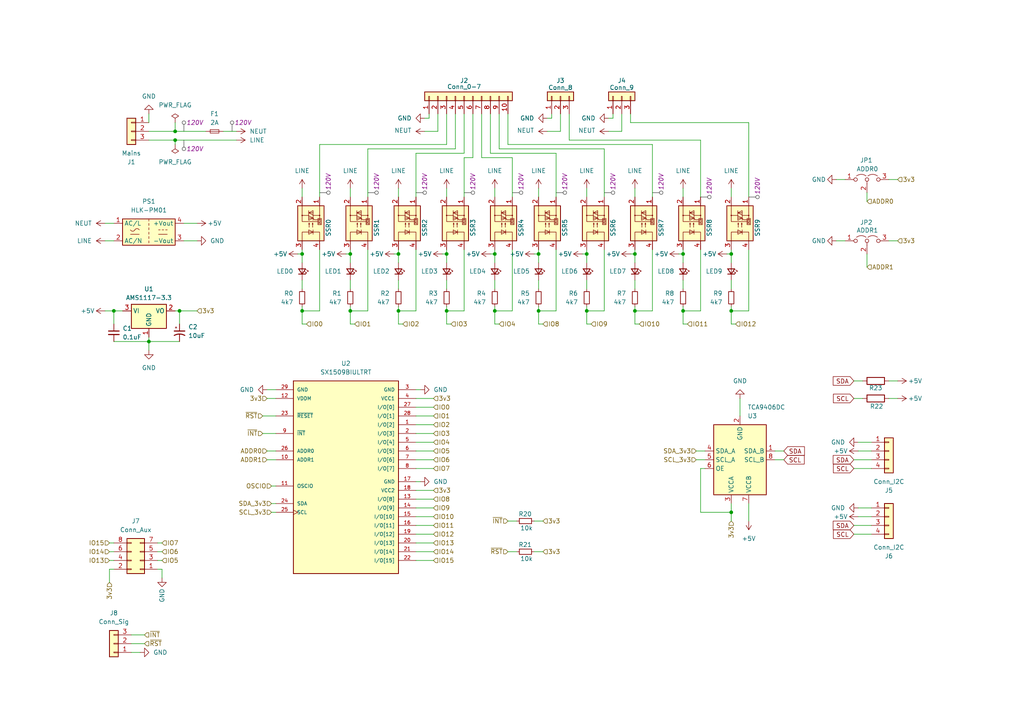
<source format=kicad_sch>
(kicad_sch (version 20231120) (generator "eeschema") (generator_version "8.0")
  (paper "A4")
  (title_block (title "I2C Relay Controler") (date "2024-03-19") (rev "2") (company "Perth Artifactory"))
  (junction (at 184.15 90.17))
  (junction (at 50.8 38.1))
  (junction (at 50.8 40.64))
  (junction (at 87.63 73.66))
  (junction (at 212.09 90.17))
  (junction (at 43.18 99.06))
  (junction (at 170.18 90.17))
  (junction (at 101.6 73.66))
  (junction (at 184.15 73.66))
  (junction (at 115.57 73.66))
  (junction (at 198.12 90.17))
  (junction (at 143.51 90.17))
  (junction (at 212.09 148.59))
  (junction (at 52.07 90.17))
  (junction (at 212.09 73.66))
  (junction (at 198.12 73.66))
  (junction (at 156.21 90.17))
  (junction (at 129.54 73.66))
  (junction (at 143.51 73.66))
  (junction (at 87.63 90.17))
  (junction (at 101.6 90.17))
  (junction (at 156.21 73.66))
  (junction (at 170.18 73.66))
  (junction (at 33.02 90.17))
  (junction (at 115.57 90.17))
  (junction (at 129.54 90.17))
  (wire (pts (xy 184.15 93.98) (xy 185.42 93.98)))
  (wire (pts (xy 50.8 38.1) (xy 59.69 38.1)))
  (wire (pts (xy 189.23 41.91) (xy 189.23 57.15)))
  (wire (pts (xy 184.15 90.17) (xy 184.15 93.98)))
  (wire (pts (xy 120.65 120.65) (xy 125.73 120.65)))
  (wire (pts (xy 120.65 152.4) (xy 125.73 152.4)))
  (wire (pts (xy 87.63 73.66) (xy 87.63 76.2)))
  (wire (pts (xy 147.32 151.13) (xy 149.86 151.13)))
  (wire (pts (xy 134.62 72.39) (xy 134.62 90.17)))
  (wire (pts (xy 134.62 57.15) (xy 134.62 45.72)))
  (wire (pts (xy 184.15 73.66) (xy 184.15 76.2)))
  (wire (pts (xy 203.2 148.59) (xy 212.09 148.59)))
  (wire (pts (xy 120.65 162.56) (xy 125.73 162.56)))
  (wire (pts (xy 170.18 90.17) (xy 175.26 90.17)))
  (wire (pts (xy 212.09 90.17) (xy 217.17 90.17)))
  (wire (pts (xy 176.53 34.29) (xy 177.8 34.29)))
  (wire (pts (xy 31.75 165.1) (xy 31.75 168.91)))
  (wire (pts (xy 120.65 118.11) (xy 125.73 118.11)))
  (wire (pts (xy 87.63 90.17) (xy 92.71 90.17)))
  (wire (pts (xy 143.51 81.28) (xy 143.51 83.82)))
  (wire (pts (xy 120.65 133.35) (xy 125.73 133.35)))
  (wire (pts (xy 156.21 81.28) (xy 156.21 83.82)))
  (wire (pts (xy 160.02 34.29) (xy 160.02 33.02)))
  (wire (pts (xy 87.63 88.9) (xy 87.63 90.17)))
  (wire (pts (xy 184.15 81.28) (xy 184.15 83.82)))
  (wire (pts (xy 87.63 73.66) (xy 87.63 72.39)))
  (wire (pts (xy 31.75 165.1) (xy 33.02 165.1)))
  (wire (pts (xy 203.2 40.64) (xy 203.2 57.15)))
  (wire (pts (xy 162.56 33.02) (xy 162.56 38.1)))
  (wire (pts (xy 115.57 90.17) (xy 115.57 93.98)))
  (wire (pts (xy 252.73 147.32) (xy 248.92 147.32)))
  (wire (pts (xy 212.09 148.59) (xy 212.09 146.05)))
  (wire (pts (xy 38.1 186.69) (xy 41.91 186.69)))
  (wire (pts (xy 134.62 33.02) (xy 134.62 44.45)))
  (wire (pts (xy 143.51 73.66) (xy 143.51 76.2)))
  (wire (pts (xy 156.21 72.39) (xy 156.21 73.66)))
  (wire (pts (xy 101.6 72.39) (xy 101.6 73.66)))
  (wire (pts (xy 251.46 73.66) (xy 251.46 77.47)))
  (wire (pts (xy 53.34 64.77) (xy 57.15 64.77)))
  (wire (pts (xy 115.57 54.61) (xy 115.57 57.15)))
  (wire (pts (xy 168.91 73.66) (xy 170.18 73.66)))
  (wire (pts (xy 120.65 139.7) (xy 121.92 139.7)))
  (wire (pts (xy 120.65 149.86) (xy 125.73 149.86)))
  (wire (pts (xy 252.73 152.4) (xy 247.65 152.4)))
  (wire (pts (xy 92.71 72.39) (xy 92.71 90.17)))
  (wire (pts (xy 156.21 73.66) (xy 156.21 76.2)))
  (wire (pts (xy 170.18 93.98) (xy 171.45 93.98)))
  (wire (pts (xy 143.51 88.9) (xy 143.51 90.17)))
  (wire (pts (xy 142.24 73.66) (xy 143.51 73.66)))
  (wire (pts (xy 212.09 72.39) (xy 212.09 73.66)))
  (wire (pts (xy 101.6 54.61) (xy 101.6 57.15)))
  (wire (pts (xy 156.21 88.9) (xy 156.21 90.17)))
  (wire (pts (xy 170.18 90.17) (xy 170.18 93.98)))
  (wire (pts (xy 38.1 184.15) (xy 41.91 184.15)))
  (wire (pts (xy 212.09 81.28) (xy 212.09 83.82)))
  (wire (pts (xy 45.72 165.1) (xy 46.99 165.1)))
  (wire (pts (xy 144.78 33.02) (xy 144.78 43.18)))
  (wire (pts (xy 128.27 73.66) (xy 129.54 73.66)))
  (wire (pts (xy 142.24 44.45) (xy 161.29 44.45)))
  (wire (pts (xy 196.85 73.66) (xy 198.12 73.66)))
  (wire (pts (xy 120.65 154.94) (xy 125.73 154.94)))
  (wire (pts (xy 50.8 90.17) (xy 52.07 90.17)))
  (wire (pts (xy 120.65 72.39) (xy 120.65 90.17)))
  (wire (pts (xy 87.63 93.98) (xy 88.9 93.98)))
  (wire (pts (xy 77.47 130.81) (xy 80.01 130.81)))
  (wire (pts (xy 101.6 88.9) (xy 101.6 90.17)))
  (wire (pts (xy 165.1 33.02) (xy 165.1 40.64)))
  (wire (pts (xy 33.02 90.17) (xy 33.02 93.98)))
  (wire (pts (xy 45.72 162.56) (xy 46.99 162.56)))
  (wire (pts (xy 120.65 44.45) (xy 134.62 44.45)))
  (wire (pts (xy 165.1 40.64) (xy 203.2 40.64)))
  (wire (pts (xy 224.79 133.35) (xy 227.33 133.35)))
  (wire (pts (xy 115.57 73.66) (xy 115.57 76.2)))
  (wire (pts (xy 114.3 73.66) (xy 115.57 73.66)))
  (wire (pts (xy 161.29 44.45) (xy 161.29 57.15)))
  (wire (pts (xy 260.35 110.49) (xy 257.81 110.49)))
  (wire (pts (xy 252.73 133.35) (xy 247.65 133.35)))
  (wire (pts (xy 52.07 90.17) (xy 52.07 93.98)))
  (wire (pts (xy 120.65 57.15) (xy 120.65 44.45)))
  (wire (pts (xy 180.34 33.02) (xy 180.34 38.1)))
  (wire (pts (xy 139.7 45.72) (xy 148.59 45.72)))
  (wire (pts (xy 120.65 128.27) (xy 125.73 128.27)))
  (wire (pts (xy 170.18 88.9) (xy 170.18 90.17)))
  (wire (pts (xy 184.15 72.39) (xy 184.15 73.66)))
  (wire (pts (xy 43.18 97.79) (xy 43.18 99.06)))
  (wire (pts (xy 184.15 88.9) (xy 184.15 90.17)))
  (wire (pts (xy 210.82 73.66) (xy 212.09 73.66)))
  (wire (pts (xy 53.34 69.85) (xy 57.15 69.85)))
  (wire (pts (xy 198.12 81.28) (xy 198.12 83.82)))
  (wire (pts (xy 87.63 54.61) (xy 87.63 57.15)))
  (wire (pts (xy 106.68 72.39) (xy 106.68 90.17)))
  (wire (pts (xy 87.63 90.17) (xy 87.63 93.98)))
  (wire (pts (xy 115.57 93.98) (xy 116.84 93.98)))
  (wire (pts (xy 127 38.1) (xy 123.19 38.1)))
  (wire (pts (xy 250.19 110.49) (xy 247.65 110.49)))
  (wire (pts (xy 161.29 72.39) (xy 161.29 90.17)))
  (wire (pts (xy 31.75 157.48) (xy 33.02 157.48)))
  (wire (pts (xy 204.47 130.81) (xy 201.93 130.81)))
  (wire (pts (xy 203.2 135.89) (xy 203.2 148.59)))
  (wire (pts (xy 148.59 57.15) (xy 148.59 45.72)))
  (wire (pts (xy 156.21 90.17) (xy 161.29 90.17)))
  (wire (pts (xy 189.23 72.39) (xy 189.23 90.17)))
  (wire (pts (xy 120.65 142.24) (xy 125.73 142.24)))
  (wire (pts (xy 92.71 41.91) (xy 92.71 57.15)))
  (wire (pts (xy 182.88 73.66) (xy 184.15 73.66)))
  (wire (pts (xy 127 33.02) (xy 127 38.1)))
  (wire (pts (xy 46.99 165.1) (xy 46.99 167.64)))
  (wire (pts (xy 50.8 40.64) (xy 50.8 41.91)))
  (wire (pts (xy 203.2 135.89) (xy 204.47 135.89)))
  (wire (pts (xy 120.65 113.03) (xy 121.92 113.03)))
  (wire (pts (xy 132.08 33.02) (xy 132.08 43.18)))
  (wire (pts (xy 43.18 38.1) (xy 50.8 38.1)))
  (wire (pts (xy 86.36 73.66) (xy 87.63 73.66)))
  (wire (pts (xy 180.34 38.1) (xy 176.53 38.1)))
  (wire (pts (xy 120.65 160.02) (xy 125.73 160.02)))
  (wire (pts (xy 245.11 69.85) (xy 242.57 69.85)))
  (wire (pts (xy 101.6 90.17) (xy 101.6 93.98)))
  (wire (pts (xy 217.17 35.56) (xy 217.17 57.15)))
  (wire (pts (xy 101.6 90.17) (xy 106.68 90.17)))
  (wire (pts (xy 129.54 72.39) (xy 129.54 73.66)))
  (wire (pts (xy 120.65 125.73) (xy 125.73 125.73)))
  (wire (pts (xy 143.51 93.98) (xy 144.78 93.98)))
  (wire (pts (xy 120.65 115.57) (xy 125.73 115.57)))
  (wire (pts (xy 182.88 33.02) (xy 182.88 35.56)))
  (wire (pts (xy 129.54 90.17) (xy 134.62 90.17)))
  (wire (pts (xy 198.12 88.9) (xy 198.12 90.17)))
  (wire (pts (xy 139.7 33.02) (xy 139.7 45.72)))
  (wire (pts (xy 120.65 130.81) (xy 125.73 130.81)))
  (wire (pts (xy 147.32 41.91) (xy 189.23 41.91)))
  (wire (pts (xy 156.21 93.98) (xy 157.48 93.98)))
  (wire (pts (xy 106.68 43.18) (xy 132.08 43.18)))
  (wire (pts (xy 212.09 90.17) (xy 212.09 93.98)))
  (wire (pts (xy 143.51 72.39) (xy 143.51 73.66)))
  (wire (pts (xy 45.72 157.48) (xy 46.99 157.48)))
  (wire (pts (xy 252.73 130.81) (xy 248.92 130.81)))
  (wire (pts (xy 198.12 90.17) (xy 198.12 93.98)))
  (wire (pts (xy 134.62 45.72) (xy 137.16 45.72)))
  (wire (pts (xy 38.1 189.23) (xy 40.64 189.23)))
  (wire (pts (xy 148.59 72.39) (xy 148.59 90.17)))
  (wire (pts (xy 115.57 81.28) (xy 115.57 83.82)))
  (wire (pts (xy 252.73 154.94) (xy 247.65 154.94)))
  (wire (pts (xy 204.47 133.35) (xy 201.93 133.35)))
  (wire (pts (xy 175.26 43.18) (xy 175.26 57.15)))
  (wire (pts (xy 101.6 81.28) (xy 101.6 83.82)))
  (wire (pts (xy 156.21 54.61) (xy 156.21 57.15)))
  (wire (pts (xy 64.77 38.1) (xy 68.58 38.1)))
  (wire (pts (xy 31.75 162.56) (xy 33.02 162.56)))
  (wire (pts (xy 143.51 54.61) (xy 143.51 57.15)))
  (wire (pts (xy 129.54 33.02) (xy 129.54 41.91)))
  (wire (pts (xy 77.47 113.03) (xy 80.01 113.03)))
  (wire (pts (xy 30.48 64.77) (xy 33.02 64.77)))
  (wire (pts (xy 115.57 72.39) (xy 115.57 73.66)))
  (wire (pts (xy 30.48 90.17) (xy 33.02 90.17)))
  (wire (pts (xy 251.46 55.88) (xy 251.46 58.42)))
  (wire (pts (xy 147.32 160.02) (xy 149.86 160.02)))
  (wire (pts (xy 77.47 133.35) (xy 80.01 133.35)))
  (wire (pts (xy 101.6 73.66) (xy 101.6 76.2)))
  (wire (pts (xy 170.18 54.61) (xy 170.18 57.15)))
  (wire (pts (xy 100.33 73.66) (xy 101.6 73.66)))
  (wire (pts (xy 50.8 40.64) (xy 68.58 40.64)))
  (wire (pts (xy 217.17 146.05) (xy 217.17 151.13)))
  (wire (pts (xy 257.81 115.57) (xy 260.35 115.57)))
  (wire (pts (xy 43.18 99.06) (xy 52.07 99.06)))
  (wire (pts (xy 143.51 90.17) (xy 148.59 90.17)))
  (wire (pts (xy 129.54 54.61) (xy 129.54 57.15)))
  (wire (pts (xy 30.48 69.85) (xy 33.02 69.85)))
  (wire (pts (xy 198.12 72.39) (xy 198.12 73.66)))
  (wire (pts (xy 182.88 35.56) (xy 217.17 35.56)))
  (wire (pts (xy 45.72 160.02) (xy 46.99 160.02)))
  (wire (pts (xy 252.73 149.86) (xy 248.92 149.86)))
  (wire (pts (xy 212.09 54.61) (xy 212.09 57.15)))
  (wire (pts (xy 214.63 120.65) (xy 214.63 115.57)))
  (wire (pts (xy 147.32 33.02) (xy 147.32 41.91)))
  (wire (pts (xy 129.54 88.9) (xy 129.54 90.17)))
  (wire (pts (xy 224.79 130.81) (xy 227.33 130.81)))
  (wire (pts (xy 212.09 93.98) (xy 213.36 93.98)))
  (wire (pts (xy 144.78 43.18) (xy 175.26 43.18)))
  (wire (pts (xy 184.15 90.17) (xy 189.23 90.17)))
  (wire (pts (xy 177.8 34.29) (xy 177.8 33.02)))
  (wire (pts (xy 120.65 123.19) (xy 125.73 123.19)))
  (wire (pts (xy 31.75 160.02) (xy 33.02 160.02)))
  (wire (pts (xy 101.6 93.98) (xy 102.87 93.98)))
  (wire (pts (xy 198.12 90.17) (xy 203.2 90.17)))
  (wire (pts (xy 115.57 90.17) (xy 120.65 90.17)))
  (wire (pts (xy 33.02 90.17) (xy 35.56 90.17)))
  (wire (pts (xy 129.54 81.28) (xy 129.54 83.82)))
  (wire (pts (xy 175.26 72.39) (xy 175.26 90.17)))
  (wire (pts (xy 198.12 54.61) (xy 198.12 57.15)))
  (wire (pts (xy 43.18 99.06) (xy 43.18 101.6)))
  (wire (pts (xy 120.65 157.48) (xy 125.73 157.48)))
  (wire (pts (xy 154.94 160.02) (xy 157.48 160.02)))
  (wire (pts (xy 76.2 125.73) (xy 80.01 125.73)))
  (wire (pts (xy 252.73 128.27) (xy 248.92 128.27)))
  (wire (pts (xy 154.94 151.13) (xy 157.48 151.13)))
  (wire (pts (xy 106.68 43.18) (xy 106.68 57.15)))
  (wire (pts (xy 115.57 88.9) (xy 115.57 90.17)))
  (wire (pts (xy 78.74 140.97) (xy 80.01 140.97)))
  (wire (pts (xy 212.09 151.13) (xy 212.09 148.59)))
  (wire (pts (xy 217.17 72.39) (xy 217.17 90.17)))
  (wire (pts (xy 212.09 88.9) (xy 212.09 90.17)))
  (wire (pts (xy 33.02 99.06) (xy 43.18 99.06)))
  (wire (pts (xy 43.18 33.02) (xy 43.18 35.56)))
  (wire (pts (xy 50.8 35.56) (xy 50.8 38.1)))
  (wire (pts (xy 120.65 144.78) (xy 125.73 144.78)))
  (wire (pts (xy 43.18 40.64) (xy 50.8 40.64)))
  (wire (pts (xy 252.73 135.89) (xy 247.65 135.89)))
  (wire (pts (xy 198.12 73.66) (xy 198.12 76.2)))
  (wire (pts (xy 129.54 93.98) (xy 130.81 93.98)))
  (wire (pts (xy 245.11 52.07) (xy 242.57 52.07)))
  (wire (pts (xy 142.24 33.02) (xy 142.24 44.45)))
  (wire (pts (xy 170.18 72.39) (xy 170.18 73.66)))
  (wire (pts (xy 184.15 54.61) (xy 184.15 57.15)))
  (wire (pts (xy 80.01 115.57) (xy 77.47 115.57)))
  (wire (pts (xy 158.75 38.1) (xy 162.56 38.1)))
  (wire (pts (xy 260.35 52.07) (xy 257.81 52.07)))
  (wire (pts (xy 154.94 73.66) (xy 156.21 73.66)))
  (wire (pts (xy 158.75 34.29) (xy 160.02 34.29)))
  (wire (pts (xy 198.12 93.98) (xy 199.39 93.98)))
  (wire (pts (xy 260.35 69.85) (xy 257.81 69.85)))
  (wire (pts (xy 156.21 90.17) (xy 156.21 93.98)))
  (wire (pts (xy 120.65 135.89) (xy 125.73 135.89)))
  (wire (pts (xy 143.51 90.17) (xy 143.51 93.98)))
  (wire (pts (xy 87.63 81.28) (xy 87.63 83.82)))
  (wire (pts (xy 76.2 120.65) (xy 80.01 120.65)))
  (wire (pts (xy 78.74 148.59) (xy 80.01 148.59)))
  (wire (pts (xy 120.65 147.32) (xy 125.73 147.32)))
  (wire (pts (xy 129.54 90.17) (xy 129.54 93.98)))
  (wire (pts (xy 52.07 90.17) (xy 57.15 90.17)))
  (wire (pts (xy 124.46 34.29) (xy 124.46 33.02)))
  (wire (pts (xy 78.74 146.05) (xy 80.01 146.05)))
  (wire (pts (xy 170.18 73.66) (xy 170.18 76.2)))
  (wire (pts (xy 92.71 41.91) (xy 129.54 41.91)))
  (wire (pts (xy 129.54 73.66) (xy 129.54 76.2)))
  (wire (pts (xy 170.18 81.28) (xy 170.18 83.82)))
  (wire (pts (xy 250.19 115.57) (xy 247.65 115.57)))
  (wire (pts (xy 212.09 73.66) (xy 212.09 76.2)))
  (wire (pts (xy 137.16 33.02) (xy 137.16 45.72)))
  (wire (pts (xy 123.19 34.29) (xy 124.46 34.29)))
  (wire (pts (xy 203.2 72.39) (xy 203.2 90.17)))
  (global_label "SCL" (shape input) (at 247.65 115.57 180) (property "Intersheetrefs" "${INTERSHEET_REFS}" (effects (hide yes))))
  (global_label "SDA" (shape input) (at 247.65 152.4 180) (property "Intersheetrefs" "${INTERSHEET_REFS}" (effects (hide yes))))
  (global_label "SCL" (shape input) (at 227.33 133.35 0) (property "Intersheetrefs" "${INTERSHEET_REFS}" (effects (hide yes))))
  (global_label "SDA" (shape input) (at 247.65 110.49 180) (property "Intersheetrefs" "${INTERSHEET_REFS}" (effects (hide yes))))
  (global_label "SDA" (shape input) (at 227.33 130.81 0) (property "Intersheetrefs" "${INTERSHEET_REFS}" (effects (hide yes))))
  (global_label "SCL" (shape input) (at 247.65 135.89 180) (property "Intersheetrefs" "${INTERSHEET_REFS}" (effects (hide yes))))
  (global_label "SDA" (shape input) (at 247.65 133.35 180) (property "Intersheetrefs" "${INTERSHEET_REFS}" (effects (hide yes))))
  (global_label "SCL" (shape input) (at 247.65 154.94 180) (property "Intersheetrefs" "${INTERSHEET_REFS}" (effects (hide yes))))
  (hierarchical_label "3v3" (shape input) (at 260.35 69.85 0))
  (hierarchical_label "3v3" (shape input) (at 77.47 115.57 180))
  (hierarchical_label "IO4" (shape input) (at 125.73 128.27 0))
  (hierarchical_label "3v3" (shape input) (at 260.35 52.07 0))
  (hierarchical_label "IO10" (shape input) (at 185.42 93.98 0))
  (hierarchical_label "IO0" (shape input) (at 88.9 93.98 0))
  (hierarchical_label "IO1" (shape input) (at 125.73 120.65 0))
  (hierarchical_label "3v3" (shape input) (at 57.15 90.17 0))
  (hierarchical_label "IO3" (shape input) (at 130.81 93.98 0))
  (hierarchical_label "3v3" (shape input) (at 157.48 160.02 0))
  (hierarchical_label "IO5" (shape input) (at 46.99 162.56 0))
  (hierarchical_label "IO7" (shape input) (at 125.73 135.89 0))
  (hierarchical_label "IO11" (shape input) (at 125.73 152.4 0))
  (hierarchical_label "~{INT}" (shape input) (at 76.2 125.73 180))
  (hierarchical_label "IO4" (shape input) (at 144.78 93.98 0))
  (hierarchical_label "~{RST}" (shape input) (at 41.91 186.69 0))
  (hierarchical_label "IO12" (shape input) (at 125.73 154.94 0))
  (hierarchical_label "ADDR0" (shape input) (at 251.46 58.42 0))
  (hierarchical_label "IO9" (shape input) (at 171.45 93.98 0))
  (hierarchical_label "SDA_3v3" (shape input) (at 201.93 130.81 180))
  (hierarchical_label "ADDR0" (shape input) (at 77.47 130.81 180))
  (hierarchical_label "IO7" (shape input) (at 46.99 157.48 0))
  (hierarchical_label "SDA_3v3" (shape input) (at 78.74 146.05 180))
  (hierarchical_label "IO14" (shape input) (at 31.75 160.02 180))
  (hierarchical_label "SCL_3v3" (shape input) (at 78.74 148.59 180))
  (hierarchical_label "OSCIO" (shape input) (at 78.74 140.97 180))
  (hierarchical_label "3v3" (shape input) (at 157.48 151.13 0))
  (hierarchical_label "~{INT}" (shape input) (at 147.32 151.13 180))
  (hierarchical_label "IO3" (shape input) (at 125.73 125.73 0))
  (hierarchical_label "3v3" (shape input) (at 125.73 142.24 0))
  (hierarchical_label "IO14" (shape input) (at 125.73 160.02 0))
  (hierarchical_label "IO2" (shape input) (at 116.84 93.98 0))
  (hierarchical_label "IO9" (shape input) (at 125.73 147.32 0))
  (hierarchical_label "3v3" (shape input) (at 31.75 168.91 270))
  (hierarchical_label "3v3" (shape input) (at 212.09 151.13 270))
  (hierarchical_label "~{RST}" (shape input) (at 76.2 120.65 180))
  (hierarchical_label "IO13" (shape input) (at 125.73 157.48 0))
  (hierarchical_label "IO6" (shape input) (at 125.73 133.35 0))
  (hierarchical_label "IO12" (shape input) (at 213.36 93.98 0))
  (hierarchical_label "IO8" (shape input) (at 125.73 144.78 0))
  (hierarchical_label "IO10" (shape input) (at 125.73 149.86 0))
  (hierarchical_label "ADDR1" (shape input) (at 77.47 133.35 180))
  (hierarchical_label "IO2" (shape input) (at 125.73 123.19 0))
  (hierarchical_label "IO0" (shape input) (at 125.73 118.11 0))
  (hierarchical_label "ADDR1" (shape input) (at 251.46 77.47 0))
  (hierarchical_label "SCL_3v3" (shape input) (at 201.93 133.35 180))
  (hierarchical_label "IO11" (shape input) (at 199.39 93.98 0))
  (hierarchical_label "3v3" (shape input) (at 125.73 115.57 0))
  (hierarchical_label "~{RST}" (shape input) (at 147.32 160.02 180))
  (hierarchical_label "IO1" (shape input) (at 102.87 93.98 0))
  (hierarchical_label "IO13" (shape input) (at 31.75 162.56 180))
  (hierarchical_label "IO8" (shape input) (at 157.48 93.98 0))
  (hierarchical_label "~{INT}" (shape input) (at 41.91 184.15 0))
  (hierarchical_label "IO5" (shape input) (at 125.73 130.81 0))
  (hierarchical_label "IO6" (shape input) (at 46.99 160.02 0))
  (hierarchical_label "IO15" (shape input) (at 31.75 157.48 180))
  (hierarchical_label "IO15" (shape input) (at 125.73 162.56 0))
  (netclass_flag "" (length 2.54) (shape round) (at 92.71 55.88 270) (property "Netclass" "120V" (at 95.25 55.1815 90) (effects (font (italic yes)) (justify left))))
  (netclass_flag "" (length 2.54) (shape round) (at 120.65 55.88 270) (property "Netclass" "120V" (at 123.19 55.1815 90) (effects (font (italic yes)) (justify left))))
  (netclass_flag "" (length 2.54) (shape round) (at 134.62 55.88 270) (property "Netclass" "120V" (at 137.16 55.1815 90) (effects (font (italic yes)) (justify left))))
  (netclass_flag "" (length 2.54) (shape round) (at 53.34 38.1 0) (property "Netclass" "120V" (at 54.0385 35.56 0) (effects (font (italic yes)) (justify left))))
  (netclass_flag "" (length 2.54) (shape round) (at 161.29 55.88 270) (property "Netclass" "120V" (at 163.83 55.1815 90) (effects (font (italic yes)) (justify left))))
  (netclass_flag "" (length 2.54) (shape round) (at 67.31 38.1 0) (property "Netclass" "120V" (at 68.0085 35.56 0) (effects (font (italic yes)) (justify left))))
  (netclass_flag "" (length 2.54) (shape round) (at 189.23 55.88 270) (property "Netclass" "120V" (at 191.77 55.1815 90) (effects (font (italic yes)) (justify left))))
  (netclass_flag "" (length 2.54) (shape round) (at 148.59 55.88 270) (property "Netclass" "120V" (at 151.13 55.1815 90) (effects (font (italic yes)) (justify left))))
  (netclass_flag "" (length 2.54) (shape round) (at 203.2 57.15 270) (property "Netclass" "120V" (at 205.74 56.4515 90) (effects (font (italic yes)) (justify left))))
  (netclass_flag "" (length 2.54) (shape round) (at 217.17 57.15 270) (property "Netclass" "120V" (at 219.71 56.4515 90) (effects (font (italic yes)) (justify left))))
  (netclass_flag "" (length 2.54) (shape round) (at 53.34 40.64 180) (property "Netclass" "120V" (at 54.0385 43.18 0) (effects (font (italic yes)) (justify left))))
  (netclass_flag "" (length 2.54) (shape round) (at 106.68 55.88 270) (property "Netclass" "120V" (at 109.22 55.1815 90) (effects (font (italic yes)) (justify left))))
  (netclass_flag "" (length 2.54) (shape round) (at 175.26 55.88 270) (property "Netclass" "120V" (at 177.8 55.1815 90) (effects (font (italic yes)) (justify left))))
  (symbol (lib_id "Vending_Machine:G3MB-202P") (at 104.14 64.77 90) (unit 1)
    (property "Reference" "SSR1" (at 109.22 63.5 0) (effects (justify right)))
    (property "Value" "34.81-8240" (effects (hide yes)))
    (property "Footprint" "Footprints:RELAY_G3MB202PDC12" (effects (hide yes)))
    (property "Datasheet" "https://gfinder.findernet.com/public/attachments/34/EN/S34USAEN.pdf" (effects (hide yes)))
    (property "Sim.Device" "SW" (effects (hide yes)))
    (property "Sim.Type" "V" (effects (hide yes)))
    (property "Sim.Pins" "11=no+ 14=no- A1=ctrl+ A2=ctrl-" (effects (hide yes)))
    (property "Sim.Params" "thr=4 ic=off" (effects (hide yes)))
  )
  (symbol (lib_id "power:+5V") (at 182.88 73.66 90) (unit 1)
    (property "Reference" "#PWR044" (effects (hide yes)))
    (property "Value" "+5V" (at 177.8 73.66 90))
  )
  (symbol (lib_id "power:GND") (at 123.19 34.29 270) (unit 1)
    (property "Reference" "#PWR030" (effects (hide yes)))
    (property "Value" "GND" (at 119.38 34.2899 90) (effects (justify right)))
  )
  (symbol (lib_id "power:LINE") (at 143.51 54.61 0) (unit 1)
    (property "Reference" "#PWR035" (effects (hide yes)))
    (property "Value" "LINE" (at 143.51 49.53 0))
  )
  (symbol (lib_id "power:+5V") (at 100.33 73.66 90) (unit 1)
    (property "Reference" "#PWR013" (effects (hide yes)))
    (property "Value" "+5V" (at 95.25 73.66 90))
  )
  (symbol (lib_id "Device:R_Small") (at 198.12 86.36 0) (mirror y) (unit 1)
    (property "Reference" "R8" (at 195.58 85.09 0) (effects (justify left)))
    (property "Value" "4k7" (at 195.58 87.63 0) (effects (justify left)))
    (property "Footprint" "Resistor_SMD:R_0805_2012Metric_Pad1.20x1.40mm_HandSolder" (effects (hide yes)))
  )
  (symbol (lib_id "Device:R_Small") (at 143.51 86.36 0) (mirror y) (unit 1)
    (property "Reference" "R4" (at 140.97 85.09 0) (effects (justify left)))
    (property "Value" "4k7" (at 140.97 87.63 0) (effects (justify left)))
    (property "Footprint" "Resistor_SMD:R_0805_2012Metric_Pad1.20x1.40mm_HandSolder" (effects (hide yes)))
  )
  (symbol (lib_id "power:GND") (at 121.92 113.03 90) (unit 1)
    (property "Reference" "#PWR019" (effects (hide yes)))
    (property "Value" "GND" (at 125.73 113.03 90) (effects (justify right)))
  )
  (symbol (lib_id "power:+5V") (at 128.27 73.66 90) (unit 1)
    (property "Reference" "#PWR032" (effects (hide yes)))
    (property "Value" "+5V" (at 123.19 73.66 90))
  )
  (symbol (lib_id "Device:LED_Small") (at 129.54 78.74 270) (mirror x) (unit 1)
    (property "Reference" "LED3" (at 127 78.6765 90) (effects (justify right)))
    (property "Value" "LED_Small" (effects (hide yes)))
    (property "Footprint" "LED_SMD:LED_0805_2012Metric_Pad1.15x1.40mm_HandSolder" (effects (hide yes)))
  )
  (symbol (lib_id "Device:R_Small") (at 212.09 86.36 0) (mirror y) (unit 1)
    (property "Reference" "R9" (at 209.55 85.09 0) (effects (justify left)))
    (property "Value" "4k7" (at 209.55 87.63 0) (effects (justify left)))
    (property "Footprint" "Resistor_SMD:R_0805_2012Metric_Pad1.20x1.40mm_HandSolder" (effects (hide yes)))
  )
  (symbol (lib_id "Device:LED_Small") (at 156.21 78.74 270) (mirror x) (unit 1)
    (property "Reference" "LED5" (at 153.67 78.6765 90) (effects (justify right)))
    (property "Value" "LED_Small" (effects (hide yes)))
    (property "Footprint" "LED_SMD:LED_0805_2012Metric_Pad1.15x1.40mm_HandSolder" (effects (hide yes)))
  )
  (symbol (lib_id "power:GND") (at 214.63 115.57 180) (unit 1)
    (property "Reference" "#PWR020" (effects (hide yes)))
    (property "Value" "GND" (at 214.63 110.49 0))
  )
  (symbol (lib_id "Device:R_Small") (at 115.57 86.36 0) (mirror y) (unit 1)
    (property "Reference" "R2" (at 113.03 85.09 0) (effects (justify left)))
    (property "Value" "4k7" (at 113.03 87.63 0) (effects (justify left)))
    (property "Footprint" "Resistor_SMD:R_0805_2012Metric_Pad1.20x1.40mm_HandSolder" (effects (hide yes)))
  )
  (symbol (lib_id "Device:R") (at 254 110.49 270) (unit 1)
    (property "Reference" "R23" (at 254 112.522 90))
    (property "Value" "R" (effects (hide yes)))
    (property "Footprint" "Resistor_SMD:R_0805_2012Metric_Pad1.20x1.40mm_HandSolder" (effects (hide yes)))
    (property "Description" "Resistor" (effects (hide yes)))
  )
  (symbol (lib_id "power:GND") (at 43.18 33.02 180) (unit 1)
    (property "Reference" "#PWR09" (effects (hide yes)))
    (property "Value" "GND" (at 43.18 27.94 0))
  )
  (symbol (lib_id "Vending_Machine:G3MB-202P") (at 118.11 64.77 90) (unit 1)
    (property "Reference" "SSR2" (at 123.19 63.5 0) (effects (justify right)))
    (property "Value" "34.81-8240" (effects (hide yes)))
    (property "Footprint" "Footprints:RELAY_G3MB202PDC12" (effects (hide yes)))
    (property "Datasheet" "https://gfinder.findernet.com/public/attachments/34/EN/S34USAEN.pdf" (effects (hide yes)))
    (property "Sim.Device" "SW" (effects (hide yes)))
    (property "Sim.Type" "V" (effects (hide yes)))
    (property "Sim.Pins" "11=no+ 14=no- A1=ctrl+ A2=ctrl-" (effects (hide yes)))
    (property "Sim.Params" "thr=4 ic=off" (effects (hide yes)))
  )
  (symbol (lib_id "Connector_Generic:Conn_01x03") (at 33.02 186.69 180) (unit 1)
    (property "Reference" "J8" (at 33.02 177.8 0))
    (property "Value" "Conn_Sig" (at 33.02 180.34 0))
    (property "Footprint" "Connector_JST:JST_XH_B3B-XH-A_1x03_P2.50mm_Vertical" (effects (hide yes)))
    (property "Description" "Generic connector, single row, 01x03, script generated (kicad-library-utils/schlib/autogen/connector/)" (effects (hide yes)))
  )
  (symbol (lib_id "power:LINE") (at 170.18 54.61 0) (unit 1)
    (property "Reference" "#PWR041" (effects (hide yes)))
    (property "Value" "LINE" (at 170.18 49.53 0))
  )
  (symbol (lib_id "power:GND") (at 248.92 147.32 270) (unit 1)
    (property "Reference" "#PWR011" (effects (hide yes)))
    (property "Value" "GND" (at 245.11 147.32 90) (effects (justify right)))
  )
  (symbol (lib_id "Device:R_Small") (at 156.21 86.36 0) (mirror y) (unit 1)
    (property "Reference" "R5" (at 153.67 85.09 0) (effects (justify left)))
    (property "Value" "4k7" (at 153.67 87.63 0) (effects (justify left)))
    (property "Footprint" "Resistor_SMD:R_0805_2012Metric_Pad1.20x1.40mm_HandSolder" (effects (hide yes)))
  )
  (symbol (lib_id "power:+5V") (at 260.35 115.57 270) (unit 1)
    (property "Reference" "#PWR018" (effects (hide yes)))
    (property "Value" "+5V" (at 265.43 115.57 90))
  )
  (symbol (lib_id "Vending_Machine:G3MB-202P") (at 214.63 64.77 90) (unit 1)
    (property "Reference" "SSR9" (at 219.71 63.5 0) (effects (justify right)))
    (property "Value" "34.81-8240" (effects (hide yes)))
    (property "Footprint" "Footprints:RELAY_G3MB202PDC12" (effects (hide yes)))
    (property "Datasheet" "https://gfinder.findernet.com/public/attachments/34/EN/S34USAEN.pdf" (effects (hide yes)))
    (property "Sim.Device" "SW" (effects (hide yes)))
    (property "Sim.Type" "V" (effects (hide yes)))
    (property "Sim.Pins" "11=no+ 14=no- A1=ctrl+ A2=ctrl-" (effects (hide yes)))
    (property "Sim.Params" "thr=4 ic=off" (effects (hide yes)))
  )
  (symbol (lib_id "power:+5V") (at 217.17 151.13 180) (unit 1)
    (property "Reference" "#PWR017" (effects (hide yes)))
    (property "Value" "+5V" (at 217.17 156.21 0))
  )
  (symbol (lib_id "power:+5V") (at 154.94 73.66 90) (unit 1)
    (property "Reference" "#PWR036" (effects (hide yes)))
    (property "Value" "+5V" (at 149.86 73.66 90))
  )
  (symbol (lib_id "Connector_Generic:Conn_01x10") (at 134.62 27.94 90) (unit 1)
    (property "Reference" "J2" (at 134.62 23.368 90))
    (property "Value" "Conn_0-7" (at 134.62 25.146 90))
    (property "Footprint" "Connector_Phoenix_MC:PhoenixContact_MC_1,5_10-G-3.81_1x10_P3.81mm_Horizontal" (effects (hide yes)))
    (property "Description" "Generic connector, single row, 01x10, script generated (kicad-library-utils/schlib/autogen/connector/)" (effects (hide yes)))
  )
  (symbol (lib_id "power:GND") (at 248.92 128.27 270) (unit 1)
    (property "Reference" "#PWR015" (effects (hide yes)))
    (property "Value" "GND" (at 245.11 128.27 90) (effects (justify right)))
  )
  (symbol (lib_id "Device:R_Small") (at 152.4 151.13 270) (unit 1)
    (property "Reference" "R20" (at 150.368 149.098 90) (effects (justify left)))
    (property "Value" "10k" (at 150.876 153.162 90) (effects (justify left)))
    (property "Footprint" "Resistor_SMD:R_0805_2012Metric_Pad1.20x1.40mm_HandSolder" (effects (hide yes)))
  )
  (symbol (lib_id "Connector_Generic:Conn_01x03") (at 180.34 27.94 90) (unit 1)
    (property "Reference" "J4" (at 180.34 23.368 90))
    (property "Value" "Conn_9" (at 180.34 25.4 90))
    (property "Footprint" "Connector_Phoenix_MC:PhoenixContact_MC_1,5_3-G-3.81_1x03_P3.81mm_Horizontal" (effects (hide yes)))
    (property "Description" "Generic connector, single row, 01x03, script generated (kicad-library-utils/schlib/autogen/connector/)" (effects (hide yes)))
  )
  (symbol (lib_id "power:+5V") (at 248.92 130.81 90) (unit 1)
    (property "Reference" "#PWR014" (effects (hide yes)))
    (property "Value" "+5V" (at 243.84 130.81 90))
  )
  (symbol (lib_id "Device:LED_Small") (at 170.18 78.74 270) (mirror x) (unit 1)
    (property "Reference" "LED6" (at 167.64 78.6765 90) (effects (justify right)))
    (property "Value" "LED_Small" (effects (hide yes)))
    (property "Footprint" "LED_SMD:LED_0805_2012Metric_Pad1.15x1.40mm_HandSolder" (effects (hide yes)))
  )
  (symbol (lib_id "Converter_ACDC:HLK-PM01") (at 43.18 67.31 0) (unit 1)
    (property "Reference" "PS1" (at 43.18 58.42 0))
    (property "Value" "HLK-PM01" (at 43.18 60.96 0))
    (property "Footprint" "Converter_ACDC:Converter_ACDC_Hi-Link_HLK-PMxx" (effects (hide yes)))
    (property "Datasheet" "http://www.hlktech.net/product_detail.php?ProId=54" (effects (hide yes)))
  )
  (symbol (lib_id "Device:Fuse_Small") (at 62.23 38.1 0) (unit 1)
    (property "Reference" "F1" (at 62.23 33.02 0))
    (property "Value" "2A" (at 62.23 35.56 0))
    (property "Footprint" "Footprints:Fuseholder_5x20mm_15mm_Pins" (effects (hide yes)))
  )
  (symbol (lib_id "power:LINE") (at 129.54 54.61 0) (unit 1)
    (property "Reference" "#PWR033" (effects (hide yes)))
    (property "Value" "LINE" (at 129.54 49.53 0))
  )
  (symbol (lib_id "Interface:TCA9406DC") (at 214.63 133.35 0) (mirror x) (unit 1)
    (property "Reference" "U3" (at 216.8241 120.65 0) (effects (justify left)))
    (property "Value" "TCA9406DC" (at 216.8241 118.11 0) (effects (justify left)))
    (property "Footprint" "Package_SO:VSSOP-8_2.3x2mm_P0.5mm" (effects (hide yes)))
    (property "Datasheet" "www.ti.com/lit/ds/symlink/tca9406.pdf" (effects (hide yes)))
  )
  (symbol (lib_id "Vending_Machine:G3MB-202P") (at 158.75 64.77 90) (unit 1)
    (property "Reference" "SSR5" (at 163.83 63.5 0) (effects (justify right)))
    (property "Value" "34.81-8240" (effects (hide yes)))
    (property "Footprint" "Footprints:RELAY_G3MB202PDC12" (effects (hide yes)))
    (property "Datasheet" "https://gfinder.findernet.com/public/attachments/34/EN/S34USAEN.pdf" (effects (hide yes)))
    (property "Sim.Device" "SW" (effects (hide yes)))
    (property "Sim.Type" "V" (effects (hide yes)))
    (property "Sim.Pins" "11=no+ 14=no- A1=ctrl+ A2=ctrl-" (effects (hide yes)))
    (property "Sim.Params" "thr=4 ic=off" (effects (hide yes)))
  )
  (symbol (lib_id "power:NEUT") (at 176.53 38.1 90) (unit 1)
    (property "Reference" "#PWR043" (effects (hide yes)))
    (property "Value" "NEUT" (at 172.72 37.846 90) (effects (justify left)))
  )
  (symbol (lib_id "Device:R_Small") (at 184.15 86.36 0) (mirror y) (unit 1)
    (property "Reference" "R7" (at 181.61 85.09 0) (effects (justify left)))
    (property "Value" "4k7" (at 181.61 87.63 0) (effects (justify left)))
    (property "Footprint" "Resistor_SMD:R_0805_2012Metric_Pad1.20x1.40mm_HandSolder" (effects (hide yes)))
  )
  (symbol (lib_id "Device:R_Small") (at 129.54 86.36 0) (mirror y) (unit 1)
    (property "Reference" "R3" (at 127 85.09 0) (effects (justify left)))
    (property "Value" "4k7" (at 127 87.63 0) (effects (justify left)))
    (property "Footprint" "Resistor_SMD:R_0805_2012Metric_Pad1.20x1.40mm_HandSolder" (effects (hide yes)))
  )
  (symbol (lib_id "Vending_Machine:G3MB-202P") (at 172.72 64.77 90) (unit 1)
    (property "Reference" "SSR6" (at 177.8 63.5 0) (effects (justify right)))
    (property "Value" "34.81-8240" (effects (hide yes)))
    (property "Footprint" "Footprints:RELAY_G3MB202PDC12" (effects (hide yes)))
    (property "Datasheet" "https://gfinder.findernet.com/public/attachments/34/EN/S34USAEN.pdf" (effects (hide yes)))
    (property "Sim.Device" "SW" (effects (hide yes)))
    (property "Sim.Type" "V" (effects (hide yes)))
    (property "Sim.Pins" "11=no+ 14=no- A1=ctrl+ A2=ctrl-" (effects (hide yes)))
    (property "Sim.Params" "thr=4 ic=off" (effects (hide yes)))
  )
  (symbol (lib_id "power:+5V") (at 196.85 73.66 90) (unit 1)
    (property "Reference" "#PWR049" (effects (hide yes)))
    (property "Value" "+5V" (at 191.77 73.66 90))
  )
  (symbol (lib_id "Jumper:Jumper_3_Open") (at 251.46 52.07 0) (unit 1)
    (property "Reference" "JP1" (at 249.428 46.482 0) (effects (justify left)))
    (property "Value" "ADDR0" (at 248.412 49.022 0) (effects (justify left)))
    (property "Footprint" "Jumper:SolderJumper-3_P1.3mm_Bridged12_RoundedPad1.0x1.5mm_NumberLabels" (effects (hide yes)))
  )
  (symbol (lib_id "power:LINE") (at 101.6 54.61 0) (unit 1)
    (property "Reference" "#PWR027" (effects (hide yes)))
    (property "Value" "LINE" (at 101.6 49.53 0))
  )
  (symbol (lib_id "power:GND") (at 40.64 189.23 90) (unit 1)
    (property "Reference" "#PWR04" (effects (hide yes)))
    (property "Value" "GND" (at 44.45 189.23 90) (effects (justify right)))
  )
  (symbol (lib_id "Device:C_Small") (at 33.02 96.52 0) (unit 1)
    (property "Reference" "C1" (at 35.56 95.2563 0) (effects (justify left)))
    (property "Value" "0.1uF" (at 35.56 97.7963 0) (effects (justify left)))
    (property "Footprint" "Capacitor_SMD:C_0805_2012Metric" (effects (hide yes)))
  )
  (symbol (lib_id "power:NEUT") (at 30.48 64.77 90) (unit 1)
    (property "Reference" "#PWR05" (effects (hide yes)))
    (property "Value" "NEUT" (at 26.67 64.77 90) (effects (justify left)))
  )
  (symbol (lib_id "power:+5V") (at 114.3 73.66 90) (unit 1)
    (property "Reference" "#PWR028" (effects (hide yes)))
    (property "Value" "+5V" (at 109.22 73.66 90))
  )
  (symbol (lib_id "Device:R_Small") (at 87.63 86.36 0) (mirror y) (unit 1)
    (property "Reference" "R0" (at 85.09 85.09 0) (effects (justify left)))
    (property "Value" "4k7" (at 85.09 87.63 0) (effects (justify left)))
    (property "Footprint" "Resistor_SMD:R_0805_2012Metric_Pad1.20x1.40mm_HandSolder" (effects (hide yes)))
  )
  (symbol (lib_id "Vending_Machine:G3MB-202P") (at 132.08 64.77 90) (unit 1)
    (property "Reference" "SSR3" (at 137.16 63.5 0) (effects (justify right)))
    (property "Value" "34.81-8240" (effects (hide yes)))
    (property "Footprint" "Footprints:RELAY_G3MB202PDC12" (effects (hide yes)))
    (property "Datasheet" "https://gfinder.findernet.com/public/attachments/34/EN/S34USAEN.pdf" (effects (hide yes)))
    (property "Sim.Device" "SW" (effects (hide yes)))
    (property "Sim.Type" "V" (effects (hide yes)))
    (property "Sim.Pins" "11=no+ 14=no- A1=ctrl+ A2=ctrl-" (effects (hide yes)))
    (property "Sim.Params" "thr=4 ic=off" (effects (hide yes)))
  )
  (symbol (lib_id "power:+5V") (at 142.24 73.66 90) (unit 1)
    (property "Reference" "#PWR034" (effects (hide yes)))
    (property "Value" "+5V" (at 137.16 73.66 90))
  )
  (symbol (lib_id "power:LINE") (at 87.63 54.61 0) (unit 1)
    (property "Reference" "#PWR012" (effects (hide yes)))
    (property "Value" "LINE" (at 87.63 49.53 0))
  )
  (symbol (lib_id "i2c:SX1509BIULTRT") (at 100.33 138.43 0) (unit 1)
    (property "Reference" "U2" (at 100.33 105.41 0))
    (property "Value" "SX1509BIULTRT" (at 100.33 107.95 0))
    (property "Footprint" "Package_DFN_QFN:QFN-28-1EP_4x4mm_P0.4mm_EP2.6x2.6mm_ThermalVias" (effects (hide yes)))
    (property "Description" "\nI/O Expander 16 I²C 400 kHz 28-QFN-UT (4x4)\n" (effects (hide yes)))
    (property "SNAPEDA_PACKAGE_ID" "56799" (effects (hide yes)))
    (property "B_NOM" "0.2" (effects (hide yes)))
    (property "PIN_COUNT_D" "7.0" (effects (hide yes)))
    (property "B_MIN" "0.15" (effects (hide yes)))
    (property "Check_prices" "https://www.snapeda.com/parts/SX1509BIULTRT/Semtech+Corporation/view-part/?ref=eda" (effects (hide yes)))
    (property "B_MAX" "0.25" (effects (hide yes)))
    (property "Price" "None" (effects (hide yes)))
    (property "ENOM" "0.4" (effects (hide yes)))
    (property "D_NOM" "4.0" (effects (hide yes)))
    (property "D_MAX" "4.1" (effects (hide yes)))
    (property "L_MAX" "0.5" (effects (hide yes)))
    (property "A_MAX" "0.6" (effects (hide yes)))
    (property "Package" "UFQFN-28 Semtech" (effects (hide yes)))
    (property "E2_NOM" "2.65" (effects (hide yes)))
    (property "D2_NOM" "2.65" (effects (hide yes)))
    (property "PARTREV" "Rev 4 – 26th April 2011" (effects (hide yes)))
    (property "SnapEDA_Link" "https://www.snapeda.com/parts/SX1509BIULTRT/Semtech+Corporation/view-part/?ref=snap" (effects (hide yes)))
    (property "E_NOM" "4.0" (effects (hide yes)))
    (property "STANDARD" "IPC 7351B" (effects (hide yes)))
    (property "L_NOM" "0.4" (effects (hide yes)))
    (property "MANUFACTURER" "Semtech" (effects (hide yes)))
    (property "MF" "Semtech" (effects (hide yes)))
    (property "Purchase-URL" "https://www.snapeda.com/api/url_track_click_mouser/?unipart_id=48722&manufacturer=Semtech&part_name=SX1509BIULTRT&search_term=sx1509" (effects (hide yes)))
    (property "PIN_COUNT_E" "7.0" (effects (hide yes)))
    (property "E_MIN" "3.9" (effects (hide yes)))
    (property "D_MIN" "3.9" (effects (hide yes)))
    (property "MP" "SX1509BIULTRT" (effects (hide yes)))
    (property "L_MIN" "0.3" (effects (hide yes)))
    (property "Availability" "In Stock" (effects (hide yes)))
    (property "E_MAX" "4.1" (effects (hide yes)))
  )
  (symbol (lib_id "power:NEUT") (at 158.75 38.1 90) (unit 1)
    (property "Reference" "#PWR039" (effects (hide yes)))
    (property "Value" "NEUT" (at 154.94 37.846 90) (effects (justify left)))
  )
  (symbol (lib_id "power:+5V") (at 210.82 73.66 90) (unit 1)
    (property "Reference" "#PWR051" (effects (hide yes)))
    (property "Value" "+5V" (at 205.74 73.66 90))
  )
  (symbol (lib_id "Device:C_Polarized_Small_US") (at 52.07 96.52 0) (unit 1)
    (property "Reference" "C2" (at 54.61 94.8182 0) (effects (justify left)))
    (property "Value" "10uF" (at 54.61 97.3582 0) (effects (justify left)))
    (property "Footprint" "Capacitor_SMD:C_0805_2012Metric" (effects (hide yes)))
  )
  (symbol (lib_id "Connector_Generic:Conn_01x03") (at 162.56 27.94 90) (unit 1)
    (property "Reference" "J3" (at 162.56 23.368 90))
    (property "Value" "Conn_8" (at 162.56 25.4 90))
    (property "Footprint" "Connector_Phoenix_MC:PhoenixContact_MC_1,5_3-G-3.81_1x03_P3.81mm_Horizontal" (effects (hide yes)))
    (property "Description" "Generic connector, single row, 01x03, script generated (kicad-library-utils/schlib/autogen/connector/)" (effects (hide yes)))
  )
  (symbol (lib_id "power:PWR_FLAG") (at 50.8 35.56 0) (unit 1)
    (property "Reference" "#FLG01" (effects (hide yes)))
    (property "Value" "PWR_FLAG" (at 50.8 30.48 0))
  )
  (symbol (lib_id "Vending_Machine:G3MB-202P") (at 186.69 64.77 90) (unit 1)
    (property "Reference" "SSR7" (at 191.77 63.5 0) (effects (justify right)))
    (property "Value" "34.81-8240" (effects (hide yes)))
    (property "Footprint" "Footprints:RELAY_G3MB202PDC12" (effects (hide yes)))
    (property "Datasheet" "https://gfinder.findernet.com/public/attachments/34/EN/S34USAEN.pdf" (effects (hide yes)))
    (property "Sim.Device" "SW" (effects (hide yes)))
    (property "Sim.Type" "V" (effects (hide yes)))
    (property "Sim.Pins" "11=no+ 14=no- A1=ctrl+ A2=ctrl-" (effects (hide yes)))
    (property "Sim.Params" "thr=4 ic=off" (effects (hide yes)))
  )
  (symbol (lib_id "power:PWR_FLAG") (at 50.8 41.91 180) (unit 1)
    (property "Reference" "#FLG02" (effects (hide yes)))
    (property "Value" "PWR_FLAG" (at 50.8 46.99 0))
  )
  (symbol (lib_id "Vending_Machine:G3MB-202P") (at 90.17 64.77 90) (unit 1)
    (property "Reference" "SSR0" (at 95.25 63.5 0) (effects (justify right)))
    (property "Value" "34.81-8240" (effects (hide yes)))
    (property "Footprint" "Footprints:RELAY_G3MB202PDC12" (effects (hide yes)))
    (property "Datasheet" "https://gfinder.findernet.com/public/attachments/34/EN/S34USAEN.pdf" (effects (hide yes)))
    (property "Sim.Device" "SW" (effects (hide yes)))
    (property "Sim.Type" "V" (effects (hide yes)))
    (property "Sim.Pins" "11=no+ 14=no- A1=ctrl+ A2=ctrl-" (effects (hide yes)))
    (property "Sim.Params" "thr=4 ic=off" (effects (hide yes)))
  )
  (symbol (lib_id "Device:LED_Small") (at 184.15 78.74 270) (mirror x) (unit 1)
    (property "Reference" "LED7" (at 181.61 78.6765 90) (effects (justify right)))
    (property "Value" "LED_Small" (effects (hide yes)))
    (property "Footprint" "LED_SMD:LED_0805_2012Metric_Pad1.15x1.40mm_HandSolder" (effects (hide yes)))
  )
  (symbol (lib_id "Connector_Generic:Conn_02x04_Odd_Even") (at 40.64 162.56 180) (unit 1)
    (property "Reference" "J7" (at 39.37 151.13 0))
    (property "Value" "Conn_Aux" (at 39.37 153.67 0))
    (property "Footprint" "Connector_IDC:IDC-Header_2x04_P2.54mm_Vertical" (effects (hide yes)))
    (property "Description" "Generic connector, double row, 02x04, odd/even pin numbering scheme (row 1 odd numbers, row 2 even numbers), script generated (kicad-library-utils/schlib/autogen/connector/)" (effects (hide yes)))
  )
  (symbol (lib_id "power:+5V") (at 57.15 64.77 270) (unit 1)
    (property "Reference" "#PWR048" (effects (hide yes)))
    (property "Value" "+5V" (at 62.23 64.77 90))
  )
  (symbol (lib_id "power:LINE") (at 115.57 54.61 0) (unit 1)
    (property "Reference" "#PWR029" (effects (hide yes)))
    (property "Value" "LINE" (at 115.57 49.53 0))
  )
  (symbol (lib_id "power:LINE") (at 184.15 54.61 0) (unit 1)
    (property "Reference" "#PWR045" (effects (hide yes)))
    (property "Value" "LINE" (at 184.15 49.53 0))
  )
  (symbol (lib_id "power:GND") (at 57.15 69.85 90) (unit 1)
    (property "Reference" "#PWR058" (effects (hide yes)))
    (property "Value" "GND" (at 60.96 69.85 90) (effects (justify right)))
  )
  (symbol (lib_id "power:LINE") (at 68.58 40.64 270) (unit 1)
    (property "Reference" "#PWR060" (effects (hide yes)))
    (property "Value" "LINE" (at 72.39 40.64 90) (effects (justify left)))
  )
  (symbol (lib_id "Connector_Generic:Conn_01x04") (at 257.81 130.81 0) (unit 1)
    (property "Reference" "J5" (at 257.81 142.24 0))
    (property "Value" "Conn_I2C" (at 257.81 139.7 0))
    (property "Footprint" "Connector_JST:JST_XH_B4B-XH-A_1x04_P2.50mm_Vertical" (effects (hide yes)))
    (property "Description" "Generic connector, single row, 01x04, script generated (kicad-library-utils/schlib/autogen/connector/)" (effects (hide yes)))
  )
  (symbol (lib_id "Connector_Generic:Conn_01x03") (at 38.1 38.1 0) (mirror y) (unit 1)
    (property "Reference" "J1" (at 38.1 46.99 0))
    (property "Value" "Mains" (at 38.1 44.45 0))
    (property "Footprint" "Connector_Phoenix_MC:PhoenixContact_MC_1,5_3-G-3.81_1x03_P3.81mm_Horizontal" (effects (hide yes)))
    (property "Description" "Generic connector, single row, 01x03, script generated (kicad-library-utils/schlib/autogen/connector/)" (effects (hide yes)))
  )
  (symbol (lib_id "Regulator_Linear:AMS1117-3.3") (at 43.18 90.17 0) (unit 1)
    (property "Reference" "U1" (at 43.18 83.82 0))
    (property "Value" "AMS1117-3.3" (at 43.18 86.36 0))
    (property "Footprint" "Package_TO_SOT_SMD:SOT-223-3_TabPin2" (effects (hide yes)))
    (property "Datasheet" "http://www.advanced-monolithic.com/pdf/ds1117.pdf" (effects (hide yes)))
  )
  (symbol (lib_id "power:NEUT") (at 68.58 38.1 270) (unit 1)
    (property "Reference" "#PWR059" (effects (hide yes)))
    (property "Value" "NEUT" (at 72.39 38.1 90) (effects (justify left)))
  )
  (symbol (lib_id "power:GND") (at 158.75 34.29 270) (unit 1)
    (property "Reference" "#PWR038" (effects (hide yes)))
    (property "Value" "GND" (at 154.94 34.2899 90) (effects (justify right)))
  )
  (symbol (lib_id "Device:LED_Small") (at 115.57 78.74 270) (mirror x) (unit 1)
    (property "Reference" "LED2" (at 113.03 78.6765 90) (effects (justify right)))
    (property "Value" "LED_Small" (effects (hide yes)))
    (property "Footprint" "LED_SMD:LED_0805_2012Metric_Pad1.15x1.40mm_HandSolder" (effects (hide yes)))
  )
  (symbol (lib_id "power:GND") (at 242.57 52.07 270) (unit 1)
    (property "Reference" "#PWR02" (effects (hide yes)))
    (property "Value" "GND" (at 237.49 52.07 90))
  )
  (symbol (lib_id "power:GND") (at 43.18 101.6 0) (unit 1)
    (property "Reference" "#PWR016" (effects (hide yes)))
    (property "Value" "GND" (at 43.18 106.68 0))
  )
  (symbol (lib_id "power:+5V") (at 86.36 73.66 90) (unit 1)
    (property "Reference" "#PWR07" (effects (hide yes)))
    (property "Value" "+5V" (at 81.28 73.66 90))
  )
  (symbol (lib_id "power:+5V") (at 30.48 90.17 90) (unit 1)
    (property "Reference" "#PWR03" (effects (hide yes)))
    (property "Value" "+5V" (at 25.4 90.17 90))
  )
  (symbol (lib_id "power:NEUT") (at 123.19 38.1 90) (unit 1)
    (property "Reference" "#PWR031" (effects (hide yes)))
    (property "Value" "NEUT" (at 119.38 37.846 90) (effects (justify left)))
  )
  (symbol (lib_id "Connector_Generic:Conn_01x04") (at 257.81 149.86 0) (unit 1)
    (property "Reference" "J6" (at 257.81 161.29 0))
    (property "Value" "Conn_I2C" (at 257.81 158.75 0))
    (property "Footprint" "Connector_JST:JST_XH_B4B-XH-A_1x04_P2.50mm_Vertical" (effects (hide yes)))
    (property "Description" "Generic connector, single row, 01x04, script generated (kicad-library-utils/schlib/autogen/connector/)" (effects (hide yes)))
  )
  (symbol (lib_id "power:LINE") (at 212.09 54.61 0) (unit 1)
    (property "Reference" "#PWR052" (effects (hide yes)))
    (property "Value" "LINE" (at 212.09 49.53 0))
  )
  (symbol (lib_id "Vending_Machine:G3MB-202P") (at 200.66 64.77 90) (unit 1)
    (property "Reference" "SSR8" (at 205.74 63.5 0) (effects (justify right)))
    (property "Value" "34.81-8240" (effects (hide yes)))
    (property "Footprint" "Footprints:RELAY_G3MB202PDC12" (effects (hide yes)))
    (property "Datasheet" "https://gfinder.findernet.com/public/attachments/34/EN/S34USAEN.pdf" (effects (hide yes)))
    (property "Sim.Device" "SW" (effects (hide yes)))
    (property "Sim.Type" "V" (effects (hide yes)))
    (property "Sim.Pins" "11=no+ 14=no- A1=ctrl+ A2=ctrl-" (effects (hide yes)))
    (property "Sim.Params" "thr=4 ic=off" (effects (hide yes)))
  )
  (symbol (lib_id "power:GND") (at 242.57 69.85 270) (unit 1)
    (property "Reference" "#PWR022" (effects (hide yes)))
    (property "Value" "GND" (at 237.49 69.85 90))
  )
  (symbol (lib_id "Device:R_Small") (at 152.4 160.02 270) (unit 1)
    (property "Reference" "R21" (at 150.368 157.988 90) (effects (justify left)))
    (property "Value" "10k" (at 150.876 162.052 90) (effects (justify left)))
    (property "Footprint" "Resistor_SMD:R_0805_2012Metric_Pad1.20x1.40mm_HandSolder" (effects (hide yes)))
  )
  (symbol (lib_id "power:GND") (at 46.99 167.64 0) (unit 1)
    (property "Reference" "#PWR046" (effects (hide yes)))
    (property "Value" "GND" (at 46.99 170.688 90) (effects (justify right)))
  )
  (symbol (lib_id "power:+5V") (at 168.91 73.66 90) (unit 1)
    (property "Reference" "#PWR040" (effects (hide yes)))
    (property "Value" "+5V" (at 163.83 73.66 90))
  )
  (symbol (lib_id "Device:LED_Small") (at 87.63 78.74 270) (mirror x) (unit 1)
    (property "Reference" "LED0" (at 85.09 78.6765 90) (effects (justify right)))
    (property "Value" "LED_Small" (effects (hide yes)))
    (property "Footprint" "LED_SMD:LED_0805_2012Metric_Pad1.15x1.40mm_HandSolder" (effects (hide yes)))
  )
  (symbol (lib_id "Device:R_Small") (at 101.6 86.36 0) (mirror y) (unit 1)
    (property "Reference" "R1" (at 99.06 85.09 0) (effects (justify left)))
    (property "Value" "4k7" (at 99.06 87.63 0) (effects (justify left)))
    (property "Footprint" "Resistor_SMD:R_0805_2012Metric_Pad1.20x1.40mm_HandSolder" (effects (hide yes)))
  )
  (symbol (lib_id "Device:LED_Small") (at 212.09 78.74 270) (mirror x) (unit 1)
    (property "Reference" "LED9" (at 209.55 78.6765 90) (effects (justify right)))
    (property "Value" "LED_Small" (effects (hide yes)))
    (property "Footprint" "LED_SMD:LED_0805_2012Metric_Pad1.15x1.40mm_HandSolder" (effects (hide yes)))
  )
  (symbol (lib_id "Device:LED_Small") (at 198.12 78.74 270) (mirror x) (unit 1)
    (property "Reference" "LED8" (at 195.58 78.6765 90) (effects (justify right)))
    (property "Value" "LED_Small" (effects (hide yes)))
    (property "Footprint" "LED_SMD:LED_0805_2012Metric_Pad1.15x1.40mm_HandSolder" (effects (hide yes)))
  )
  (symbol (lib_id "power:LINE") (at 30.48 69.85 90) (unit 1)
    (property "Reference" "#PWR06" (effects (hide yes)))
    (property "Value" "LINE" (at 26.67 69.85 90) (effects (justify left)))
  )
  (symbol (lib_id "power:+5V") (at 260.35 110.49 270) (unit 1)
    (property "Reference" "#PWR08" (effects (hide yes)))
    (property "Value" "+5V" (at 265.43 110.49 90))
  )
  (symbol (lib_id "Device:LED_Small") (at 101.6 78.74 270) (mirror x) (unit 1)
    (property "Reference" "LED1" (at 99.06 78.6765 90) (effects (justify right)))
    (property "Value" "LED_Small" (effects (hide yes)))
    (property "Footprint" "LED_SMD:LED_0805_2012Metric_Pad1.15x1.40mm_HandSolder" (effects (hide yes)))
  )
  (symbol (lib_id "power:GND") (at 77.47 113.03 270) (unit 1)
    (property "Reference" "#PWR01" (effects (hide yes)))
    (property "Value" "GND" (at 73.66 113.0299 90) (effects (justify right)))
  )
  (symbol (lib_id "power:LINE") (at 156.21 54.61 0) (unit 1)
    (property "Reference" "#PWR037" (effects (hide yes)))
    (property "Value" "LINE" (at 156.21 49.53 0))
  )
  (symbol (lib_id "Device:R") (at 254 115.57 270) (unit 1)
    (property "Reference" "R22" (at 254.254 117.856 90))
    (property "Value" "R" (effects (hide yes)))
    (property "Footprint" "Resistor_SMD:R_0805_2012Metric_Pad1.20x1.40mm_HandSolder" (effects (hide yes)))
    (property "Description" "Resistor" (effects (hide yes)))
  )
  (symbol (lib_id "Jumper:Jumper_3_Open") (at 251.46 69.85 0) (unit 1)
    (property "Reference" "JP2" (at 249.428 64.516 0) (effects (justify left)))
    (property "Value" "ADDR1" (at 248.412 66.802 0) (effects (justify left)))
    (property "Footprint" "Jumper:SolderJumper-3_P1.3mm_Bridged12_RoundedPad1.0x1.5mm_NumberLabels" (effects (hide yes)))
  )
  (symbol (lib_id "power:+5V") (at 248.92 149.86 90) (unit 1)
    (property "Reference" "#PWR010" (effects (hide yes)))
    (property "Value" "+5V" (at 243.84 149.86 90))
  )
  (symbol (lib_id "power:LINE") (at 198.12 54.61 0) (unit 1)
    (property "Reference" "#PWR050" (effects (hide yes)))
    (property "Value" "LINE" (at 198.12 49.53 0))
  )
  (symbol (lib_id "Vending_Machine:G3MB-202P") (at 146.05 64.77 90) (unit 1)
    (property "Reference" "SSR4" (at 151.13 63.5 0) (effects (justify right)))
    (property "Value" "34.81-8240" (effects (hide yes)))
    (property "Footprint" "Footprints:RELAY_G3MB202PDC12" (effects (hide yes)))
    (property "Datasheet" "https://gfinder.findernet.com/public/attachments/34/EN/S34USAEN.pdf" (effects (hide yes)))
    (property "Sim.Device" "SW" (effects (hide yes)))
    (property "Sim.Type" "V" (effects (hide yes)))
    (property "Sim.Pins" "11=no+ 14=no- A1=ctrl+ A2=ctrl-" (effects (hide yes)))
    (property "Sim.Params" "thr=4 ic=off" (effects (hide yes)))
  )
  (symbol (lib_id "Device:LED_Small") (at 143.51 78.74 270) (mirror x) (unit 1)
    (property "Reference" "LED4" (at 140.97 78.6765 90) (effects (justify right)))
    (property "Value" "LED_Small" (effects (hide yes)))
    (property "Footprint" "LED_SMD:LED_0805_2012Metric_Pad1.15x1.40mm_HandSolder" (effects (hide yes)))
  )
  (symbol (lib_id "power:GND") (at 176.53 34.29 270) (unit 1)
    (property "Reference" "#PWR042" (effects (hide yes)))
    (property "Value" "GND" (at 172.72 34.2899 90) (effects (justify right)))
  )
  (symbol (lib_id "Device:R_Small") (at 170.18 86.36 0) (mirror y) (unit 1)
    (property "Reference" "R6" (at 167.64 85.09 0) (effects (justify left)))
    (property "Value" "4k7" (at 167.64 87.63 0) (effects (justify left)))
    (property "Footprint" "Resistor_SMD:R_0805_2012Metric_Pad1.20x1.40mm_HandSolder" (effects (hide yes)))
  )
  (symbol (lib_id "power:GND") (at 121.92 139.7 90) (unit 1)
    (property "Reference" "#PWR026" (effects (hide yes)))
    (property "Value" "GND" (at 125.73 139.7 90) (effects (justify right)))
  )
)
</source>
